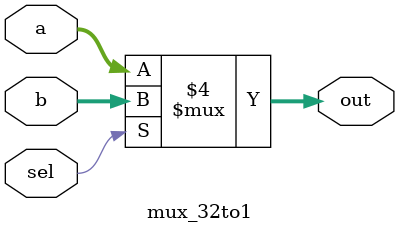
<source format=v>
/*
This code is for 4 bit instruction lines. convert them to 32 bit instruction lines.
*/
module mux_32to1(out, a,b,sel);
output [31:0] out;
input [31:0] a,b;
input sel;
reg [31:0] out;
always @ (sel or a or b)
  if(sel==0)
  out = a;
  else
  out = b;
endmodule

</source>
